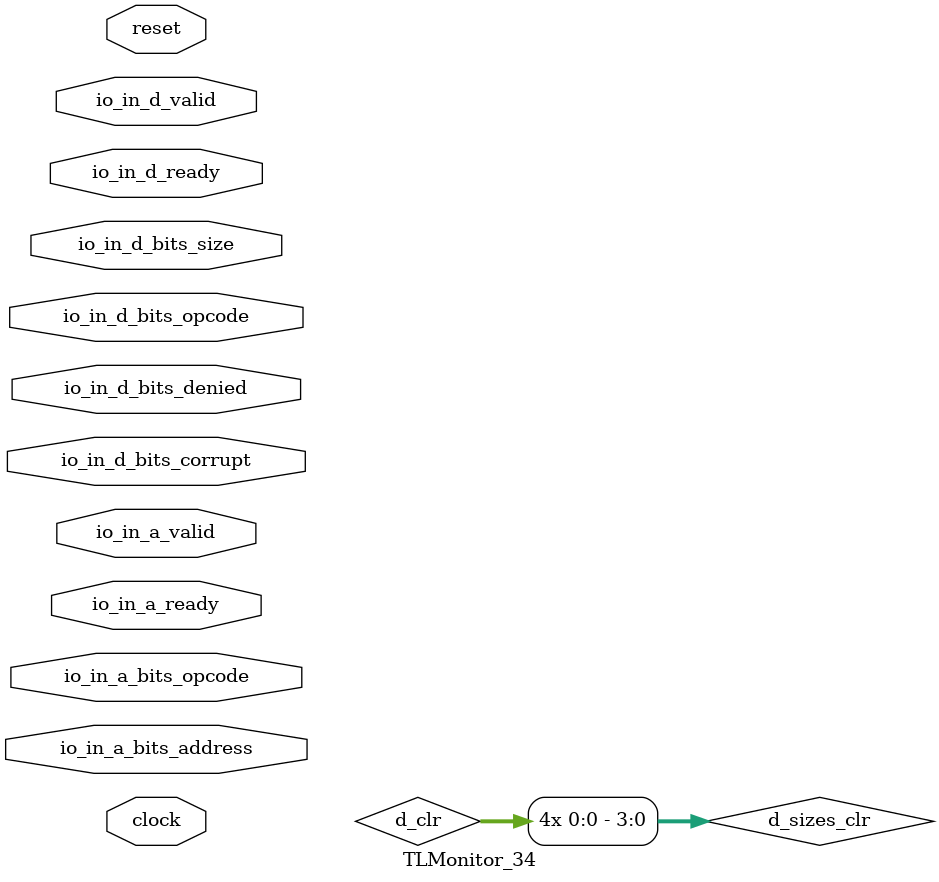
<source format=sv>

`ifndef STOP_COND_
  `ifdef STOP_COND
    `define STOP_COND_ (`STOP_COND)
  `else  // STOP_COND
    `define STOP_COND_ 1
  `endif // STOP_COND
`endif // not def STOP_COND_

// Users can define 'ASSERT_VERBOSE_COND' to add an extra gate to assert error printing.
`ifndef ASSERT_VERBOSE_COND_
  `ifdef ASSERT_VERBOSE_COND
    `define ASSERT_VERBOSE_COND_ (`ASSERT_VERBOSE_COND)
  `else  // ASSERT_VERBOSE_COND
    `define ASSERT_VERBOSE_COND_ 1
  `endif // ASSERT_VERBOSE_COND
`endif // not def ASSERT_VERBOSE_COND_

// Include register initializers in init blocks unless synthesis is set
`ifndef RANDOMIZE
  `ifdef RANDOMIZE_REG_INIT
    `define RANDOMIZE
  `endif // RANDOMIZE_REG_INIT
`endif // not def RANDOMIZE
`ifndef SYNTHESIS
  `ifndef ENABLE_INITIAL_REG_
    `define ENABLE_INITIAL_REG_
  `endif // not def ENABLE_INITIAL_REG_
`endif // not def SYNTHESIS

// Standard header to adapt well known macros for register randomization.

// RANDOM may be set to an expression that produces a 32-bit random unsigned value.
`ifndef RANDOM
  `define RANDOM $random
`endif // not def RANDOM

// Users can define INIT_RANDOM as general code that gets injected into the
// initializer block for modules with registers.
`ifndef INIT_RANDOM
  `define INIT_RANDOM
`endif // not def INIT_RANDOM

// If using random initialization, you can also define RANDOMIZE_DELAY to
// customize the delay used, otherwise 0.002 is used.
`ifndef RANDOMIZE_DELAY
  `define RANDOMIZE_DELAY 0.002
`endif // not def RANDOMIZE_DELAY

// Define INIT_RANDOM_PROLOG_ for use in our modules below.
`ifndef INIT_RANDOM_PROLOG_
  `ifdef RANDOMIZE
    `ifdef VERILATOR
      `define INIT_RANDOM_PROLOG_ `INIT_RANDOM
    `else  // VERILATOR
      `define INIT_RANDOM_PROLOG_ `INIT_RANDOM #`RANDOMIZE_DELAY begin end
    `endif // VERILATOR
  `else  // RANDOMIZE
    `define INIT_RANDOM_PROLOG_
  `endif // RANDOMIZE
`endif // not def INIT_RANDOM_PROLOG_
module TLMonitor_34(	// @[generators/rocket-chip/src/main/scala/tilelink/Monitor.scala:36:7]
  input         clock,	// @[generators/rocket-chip/src/main/scala/tilelink/Monitor.scala:36:7]
  input         reset,	// @[generators/rocket-chip/src/main/scala/tilelink/Monitor.scala:36:7]
  input         io_in_a_ready,	// @[generators/rocket-chip/src/main/scala/tilelink/Monitor.scala:20:14]
  input         io_in_a_valid,	// @[generators/rocket-chip/src/main/scala/tilelink/Monitor.scala:20:14]
  input [2:0]   io_in_a_bits_opcode,	// @[generators/rocket-chip/src/main/scala/tilelink/Monitor.scala:20:14]
  input [127:0] io_in_a_bits_address,	// @[generators/rocket-chip/src/main/scala/tilelink/Monitor.scala:20:14]
  input         io_in_d_ready,	// @[generators/rocket-chip/src/main/scala/tilelink/Monitor.scala:20:14]
  input         io_in_d_valid,	// @[generators/rocket-chip/src/main/scala/tilelink/Monitor.scala:20:14]
  input [2:0]   io_in_d_bits_opcode,	// @[generators/rocket-chip/src/main/scala/tilelink/Monitor.scala:20:14]
  input [1:0]   io_in_d_bits_size,	// @[generators/rocket-chip/src/main/scala/tilelink/Monitor.scala:20:14]
  input         io_in_d_bits_denied,	// @[generators/rocket-chip/src/main/scala/tilelink/Monitor.scala:20:14]
  input         io_in_d_bits_corrupt	// @[generators/rocket-chip/src/main/scala/tilelink/Monitor.scala:20:14]
);

  wire [31:0]  _plusarg_reader_1_out;	// @[generators/rocket-chip/src/main/scala/util/PlusArg.scala:80:11]
  wire [31:0]  _plusarg_reader_out;	// @[generators/rocket-chip/src/main/scala/util/PlusArg.scala:80:11]
  wire         a_first_done = io_in_a_ready & io_in_a_valid;	// @[src/main/scala/chisel3/util/Decoupled.scala:51:35]
  reg          a_first_counter;	// @[generators/rocket-chip/src/main/scala/tilelink/Edges.scala:229:27]
  reg  [2:0]   opcode;	// @[generators/rocket-chip/src/main/scala/tilelink/Monitor.scala:387:22]
  reg  [127:0] address;	// @[generators/rocket-chip/src/main/scala/tilelink/Monitor.scala:391:22]
  reg          d_first_counter;	// @[generators/rocket-chip/src/main/scala/tilelink/Edges.scala:229:27]
  reg  [2:0]   opcode_1;	// @[generators/rocket-chip/src/main/scala/tilelink/Monitor.scala:538:22]
  reg  [1:0]   size_1;	// @[generators/rocket-chip/src/main/scala/tilelink/Monitor.scala:540:22]
  reg          denied;	// @[generators/rocket-chip/src/main/scala/tilelink/Monitor.scala:543:22]
  reg  [1:0]   inflight;	// @[generators/rocket-chip/src/main/scala/tilelink/Monitor.scala:614:27]
  reg  [3:0]   inflight_opcodes;	// @[generators/rocket-chip/src/main/scala/tilelink/Monitor.scala:616:35]
  reg  [3:0]   inflight_sizes;	// @[generators/rocket-chip/src/main/scala/tilelink/Monitor.scala:618:33]
  reg          a_first_counter_1;	// @[generators/rocket-chip/src/main/scala/tilelink/Edges.scala:229:27]
  reg          d_first_counter_1;	// @[generators/rocket-chip/src/main/scala/tilelink/Edges.scala:229:27]
  wire         a_set = a_first_done & ~a_first_counter_1;	// @[generators/rocket-chip/src/main/scala/tilelink/Edges.scala:229:27, :231:25, generators/rocket-chip/src/main/scala/tilelink/Monitor.scala:655:25, src/main/scala/chisel3/util/Decoupled.scala:51:35]
  wire         d_release_ack = io_in_d_bits_opcode == 3'h6;	// @[generators/rocket-chip/src/main/scala/tilelink/Monitor.scala:36:7, :673:46]
  wire         _GEN = io_in_d_bits_opcode != 3'h6;	// @[generators/rocket-chip/src/main/scala/tilelink/Monitor.scala:36:7, :673:46, :674:74]
  reg  [31:0]  watchdog;	// @[generators/rocket-chip/src/main/scala/tilelink/Monitor.scala:709:27]
  reg  [1:0]   inflight_1;	// @[generators/rocket-chip/src/main/scala/tilelink/Monitor.scala:726:35]
  reg  [3:0]   inflight_sizes_1;	// @[generators/rocket-chip/src/main/scala/tilelink/Monitor.scala:728:35]
  reg          d_first_counter_2;	// @[generators/rocket-chip/src/main/scala/tilelink/Edges.scala:229:27]
  reg  [31:0]  watchdog_1;	// @[generators/rocket-chip/src/main/scala/tilelink/Monitor.scala:818:27]
  `ifndef SYNTHESIS	// @[generators/rocket-chip/src/main/scala/tilelink/Monitor.scala:45:11]
    wire [7:0][2:0] _GEN_0 = '{3'h4, 3'h5, 3'h2, 3'h1, 3'h1, 3'h1, 3'h0, 3'h0};
    wire [7:0][2:0] _GEN_1 = '{3'h4, 3'h4, 3'h2, 3'h1, 3'h1, 3'h1, 3'h0, 3'h0};
    wire            _GEN_2 = io_in_a_valid & io_in_a_bits_opcode == 3'h6 & ~reset;	// @[generators/rocket-chip/src/main/scala/tilelink/Monitor.scala:36:7, :45:11, :84:{25,54}]
    wire            _GEN_3 = io_in_a_valid & (&io_in_a_bits_opcode) & ~reset;	// @[generators/rocket-chip/src/main/scala/tilelink/Monitor.scala:45:11, :95:{25,53}]
    wire            _GEN_4 = io_in_a_valid & io_in_a_bits_opcode == 3'h1 & ~reset;	// @[generators/rocket-chip/src/main/scala/tilelink/Monitor.scala:36:7, :45:11, :125:{25,56}]
    wire            _GEN_5 = io_in_a_valid & io_in_a_bits_opcode == 3'h2 & ~reset;	// @[generators/rocket-chip/src/main/scala/tilelink/Monitor.scala:36:7, :45:11, :133:{25,56}]
    wire            _GEN_6 = io_in_a_valid & io_in_a_bits_opcode == 3'h3 & ~reset;	// @[generators/rocket-chip/src/main/scala/tilelink/Monitor.scala:36:7, :45:11, :141:{25,53}]
    wire            _GEN_7 = io_in_a_valid & io_in_a_bits_opcode == 3'h5 & ~reset;	// @[generators/rocket-chip/src/main/scala/tilelink/Monitor.scala:36:7, :45:11, :149:{25,46}]
    wire            _GEN_8 = io_in_d_valid & io_in_d_bits_opcode == 3'h6 & ~reset;	// @[generators/rocket-chip/src/main/scala/tilelink/Monitor.scala:36:7, :45:11, :52:11, :313:{25,52}]
    wire            _GEN_9 = io_in_d_valid & io_in_d_bits_opcode == 3'h4 & ~reset;	// @[generators/rocket-chip/src/main/scala/tilelink/Monitor.scala:36:7, :45:11, :52:11, :321:{25,47}]
    wire            _GEN_10 = io_in_d_valid & io_in_d_bits_opcode == 3'h5 & ~reset;	// @[generators/rocket-chip/src/main/scala/tilelink/Monitor.scala:36:7, :45:11, :52:11, :331:{25,51}]
    wire            _GEN_11 = ~io_in_d_bits_denied | io_in_d_bits_corrupt;	// @[generators/rocket-chip/src/main/scala/tilelink/Monitor.scala:337:{15,30}]
    wire            _GEN_12 = io_in_a_valid & a_first_counter & ~reset;	// @[generators/rocket-chip/src/main/scala/tilelink/Edges.scala:229:27, generators/rocket-chip/src/main/scala/tilelink/Monitor.scala:45:11, :392:19]
    wire            _GEN_13 = io_in_d_valid & d_first_counter & ~reset;	// @[generators/rocket-chip/src/main/scala/tilelink/Edges.scala:229:27, generators/rocket-chip/src/main/scala/tilelink/Monitor.scala:45:11, :52:11, :544:19]
    wire            _same_cycle_resp_T_1 = io_in_a_valid & ~a_first_counter_1;	// @[generators/rocket-chip/src/main/scala/tilelink/Edges.scala:229:27, :231:25, generators/rocket-chip/src/main/scala/tilelink/Monitor.scala:651:26]
    wire            _GEN_14 = io_in_d_valid & ~d_first_counter_1;	// @[generators/rocket-chip/src/main/scala/tilelink/Edges.scala:229:27, :231:25, generators/rocket-chip/src/main/scala/tilelink/Monitor.scala:674:26]
    wire            _GEN_15 = _GEN_14 & _GEN;	// @[generators/rocket-chip/src/main/scala/tilelink/Monitor.scala:673:46, :674:{26,74}, :683:71]
    wire            _GEN_16 = _GEN_15 & _same_cycle_resp_T_1 & ~reset;	// @[generators/rocket-chip/src/main/scala/tilelink/Monitor.scala:45:11, :52:11, :651:26, :683:71, :687:30]
    wire            _GEN_17 = _GEN_15 & ~_same_cycle_resp_T_1 & ~reset;	// @[generators/rocket-chip/src/main/scala/tilelink/Monitor.scala:45:11, :52:11, :651:26, :683:71, :687:30]
    wire [3:0]      _GEN_18 = {2'h0, io_in_d_bits_size};	// @[generators/rocket-chip/src/main/scala/tilelink/Monitor.scala:52:11, :694:36]
    wire            _GEN_19 = io_in_d_valid & ~d_first_counter_2 & d_release_ack & ~reset;	// @[generators/rocket-chip/src/main/scala/tilelink/Edges.scala:229:27, :231:25, generators/rocket-chip/src/main/scala/tilelink/Monitor.scala:45:11, :52:11, :673:46, :784:26, :794:71]
    always @(posedge clock) begin	// @[generators/rocket-chip/src/main/scala/tilelink/Monitor.scala:45:11]
      if (_GEN_2) begin	// @[generators/rocket-chip/src/main/scala/tilelink/Monitor.scala:45:11, :84:54]
        if (`ASSERT_VERBOSE_COND_)	// @[generators/rocket-chip/src/main/scala/tilelink/Monitor.scala:45:11]
          $error("Assertion failed: 'A' channel carries AcquireBlock type which is unexpected using diplomatic parameters (connected at generators/rocket-chip/src/main/scala/devices/tilelink/BusBypass.scala:33:14)\n    at Monitor.scala:45 assert(cond, message)\n");	// @[generators/rocket-chip/src/main/scala/tilelink/Monitor.scala:45:11]
        if (`STOP_COND_)	// @[generators/rocket-chip/src/main/scala/tilelink/Monitor.scala:45:11]
          $fatal;	// @[generators/rocket-chip/src/main/scala/tilelink/Monitor.scala:45:11]
        if (`ASSERT_VERBOSE_COND_)	// @[generators/rocket-chip/src/main/scala/tilelink/Monitor.scala:45:11]
          $error("Assertion failed: 'A' channel carries AcquireBlock from a client which does not support Probe (connected at generators/rocket-chip/src/main/scala/devices/tilelink/BusBypass.scala:33:14)\n    at Monitor.scala:45 assert(cond, message)\n");	// @[generators/rocket-chip/src/main/scala/tilelink/Monitor.scala:45:11]
        if (`STOP_COND_)	// @[generators/rocket-chip/src/main/scala/tilelink/Monitor.scala:45:11]
          $fatal;	// @[generators/rocket-chip/src/main/scala/tilelink/Monitor.scala:45:11]
      end
      if (_GEN_2 & (|(io_in_a_bits_address[1:0]))) begin	// @[generators/rocket-chip/src/main/scala/tilelink/Edges.scala:21:{16,24}, generators/rocket-chip/src/main/scala/tilelink/Monitor.scala:45:11, :84:54]
        if (`ASSERT_VERBOSE_COND_)	// @[generators/rocket-chip/src/main/scala/tilelink/Monitor.scala:45:11]
          $error("Assertion failed: 'A' channel AcquireBlock address not aligned to size (connected at generators/rocket-chip/src/main/scala/devices/tilelink/BusBypass.scala:33:14)\n    at Monitor.scala:45 assert(cond, message)\n");	// @[generators/rocket-chip/src/main/scala/tilelink/Monitor.scala:45:11]
        if (`STOP_COND_)	// @[generators/rocket-chip/src/main/scala/tilelink/Monitor.scala:45:11]
          $fatal;	// @[generators/rocket-chip/src/main/scala/tilelink/Monitor.scala:45:11]
      end
      if (_GEN_3) begin	// @[generators/rocket-chip/src/main/scala/tilelink/Monitor.scala:45:11, :95:53]
        if (`ASSERT_VERBOSE_COND_)	// @[generators/rocket-chip/src/main/scala/tilelink/Monitor.scala:45:11]
          $error("Assertion failed: 'A' channel carries AcquirePerm type which is unexpected using diplomatic parameters (connected at generators/rocket-chip/src/main/scala/devices/tilelink/BusBypass.scala:33:14)\n    at Monitor.scala:45 assert(cond, message)\n");	// @[generators/rocket-chip/src/main/scala/tilelink/Monitor.scala:45:11]
        if (`STOP_COND_)	// @[generators/rocket-chip/src/main/scala/tilelink/Monitor.scala:45:11]
          $fatal;	// @[generators/rocket-chip/src/main/scala/tilelink/Monitor.scala:45:11]
        if (`ASSERT_VERBOSE_COND_)	// @[generators/rocket-chip/src/main/scala/tilelink/Monitor.scala:45:11]
          $error("Assertion failed: 'A' channel carries AcquirePerm from a client which does not support Probe (connected at generators/rocket-chip/src/main/scala/devices/tilelink/BusBypass.scala:33:14)\n    at Monitor.scala:45 assert(cond, message)\n");	// @[generators/rocket-chip/src/main/scala/tilelink/Monitor.scala:45:11]
        if (`STOP_COND_)	// @[generators/rocket-chip/src/main/scala/tilelink/Monitor.scala:45:11]
          $fatal;	// @[generators/rocket-chip/src/main/scala/tilelink/Monitor.scala:45:11]
      end
      if (_GEN_3 & (|(io_in_a_bits_address[1:0]))) begin	// @[generators/rocket-chip/src/main/scala/tilelink/Edges.scala:21:{16,24}, generators/rocket-chip/src/main/scala/tilelink/Monitor.scala:45:11, :95:53]
        if (`ASSERT_VERBOSE_COND_)	// @[generators/rocket-chip/src/main/scala/tilelink/Monitor.scala:45:11]
          $error("Assertion failed: 'A' channel AcquirePerm address not aligned to size (connected at generators/rocket-chip/src/main/scala/devices/tilelink/BusBypass.scala:33:14)\n    at Monitor.scala:45 assert(cond, message)\n");	// @[generators/rocket-chip/src/main/scala/tilelink/Monitor.scala:45:11]
        if (`STOP_COND_)	// @[generators/rocket-chip/src/main/scala/tilelink/Monitor.scala:45:11]
          $fatal;	// @[generators/rocket-chip/src/main/scala/tilelink/Monitor.scala:45:11]
      end
      if (_GEN_3) begin	// @[generators/rocket-chip/src/main/scala/tilelink/Monitor.scala:45:11, :95:53]
        if (`ASSERT_VERBOSE_COND_)	// @[generators/rocket-chip/src/main/scala/tilelink/Monitor.scala:45:11]
          $error("Assertion failed: 'A' channel AcquirePerm requests NtoB (connected at generators/rocket-chip/src/main/scala/devices/tilelink/BusBypass.scala:33:14)\n    at Monitor.scala:45 assert(cond, message)\n");	// @[generators/rocket-chip/src/main/scala/tilelink/Monitor.scala:45:11]
        if (`STOP_COND_)	// @[generators/rocket-chip/src/main/scala/tilelink/Monitor.scala:45:11]
          $fatal;	// @[generators/rocket-chip/src/main/scala/tilelink/Monitor.scala:45:11]
      end
      if (io_in_a_valid & io_in_a_bits_opcode == 3'h4 & ~reset & (|(io_in_a_bits_address[1:0]))) begin	// @[generators/rocket-chip/src/main/scala/tilelink/Edges.scala:21:{16,24}, generators/rocket-chip/src/main/scala/tilelink/Monitor.scala:36:7, :45:11, :107:{25,45}]
        if (`ASSERT_VERBOSE_COND_)	// @[generators/rocket-chip/src/main/scala/tilelink/Monitor.scala:45:11]
          $error("Assertion failed: 'A' channel Get address not aligned to size (connected at generators/rocket-chip/src/main/scala/devices/tilelink/BusBypass.scala:33:14)\n    at Monitor.scala:45 assert(cond, message)\n");	// @[generators/rocket-chip/src/main/scala/tilelink/Monitor.scala:45:11]
        if (`STOP_COND_)	// @[generators/rocket-chip/src/main/scala/tilelink/Monitor.scala:45:11]
          $fatal;	// @[generators/rocket-chip/src/main/scala/tilelink/Monitor.scala:45:11]
      end
      if (io_in_a_valid & io_in_a_bits_opcode == 3'h0 & ~reset & (|(io_in_a_bits_address[1:0]))) begin	// @[generators/rocket-chip/src/main/scala/tilelink/Edges.scala:21:{16,24}, generators/rocket-chip/src/main/scala/tilelink/Monitor.scala:36:7, :45:11, :117:{25,53}]
        if (`ASSERT_VERBOSE_COND_)	// @[generators/rocket-chip/src/main/scala/tilelink/Monitor.scala:45:11]
          $error("Assertion failed: 'A' channel PutFull address not aligned to size (connected at generators/rocket-chip/src/main/scala/devices/tilelink/BusBypass.scala:33:14)\n    at Monitor.scala:45 assert(cond, message)\n");	// @[generators/rocket-chip/src/main/scala/tilelink/Monitor.scala:45:11]
        if (`STOP_COND_)	// @[generators/rocket-chip/src/main/scala/tilelink/Monitor.scala:45:11]
          $fatal;	// @[generators/rocket-chip/src/main/scala/tilelink/Monitor.scala:45:11]
      end
      if (_GEN_4) begin	// @[generators/rocket-chip/src/main/scala/tilelink/Monitor.scala:45:11, :125:56]
        if (`ASSERT_VERBOSE_COND_)	// @[generators/rocket-chip/src/main/scala/tilelink/Monitor.scala:45:11]
          $error("Assertion failed: 'A' channel carries PutPartial type which is unexpected using diplomatic parameters (connected at generators/rocket-chip/src/main/scala/devices/tilelink/BusBypass.scala:33:14)\n    at Monitor.scala:45 assert(cond, message)\n");	// @[generators/rocket-chip/src/main/scala/tilelink/Monitor.scala:45:11]
        if (`STOP_COND_)	// @[generators/rocket-chip/src/main/scala/tilelink/Monitor.scala:45:11]
          $fatal;	// @[generators/rocket-chip/src/main/scala/tilelink/Monitor.scala:45:11]
      end
      if (_GEN_4 & (|(io_in_a_bits_address[1:0]))) begin	// @[generators/rocket-chip/src/main/scala/tilelink/Edges.scala:21:{16,24}, generators/rocket-chip/src/main/scala/tilelink/Monitor.scala:45:11, :125:56]
        if (`ASSERT_VERBOSE_COND_)	// @[generators/rocket-chip/src/main/scala/tilelink/Monitor.scala:45:11]
          $error("Assertion failed: 'A' channel PutPartial address not aligned to size (connected at generators/rocket-chip/src/main/scala/devices/tilelink/BusBypass.scala:33:14)\n    at Monitor.scala:45 assert(cond, message)\n");	// @[generators/rocket-chip/src/main/scala/tilelink/Monitor.scala:45:11]
        if (`STOP_COND_)	// @[generators/rocket-chip/src/main/scala/tilelink/Monitor.scala:45:11]
          $fatal;	// @[generators/rocket-chip/src/main/scala/tilelink/Monitor.scala:45:11]
      end
      if (_GEN_5) begin	// @[generators/rocket-chip/src/main/scala/tilelink/Monitor.scala:45:11, :133:56]
        if (`ASSERT_VERBOSE_COND_)	// @[generators/rocket-chip/src/main/scala/tilelink/Monitor.scala:45:11]
          $error("Assertion failed: 'A' channel carries Arithmetic type which is unexpected using diplomatic parameters (connected at generators/rocket-chip/src/main/scala/devices/tilelink/BusBypass.scala:33:14)\n    at Monitor.scala:45 assert(cond, message)\n");	// @[generators/rocket-chip/src/main/scala/tilelink/Monitor.scala:45:11]
        if (`STOP_COND_)	// @[generators/rocket-chip/src/main/scala/tilelink/Monitor.scala:45:11]
          $fatal;	// @[generators/rocket-chip/src/main/scala/tilelink/Monitor.scala:45:11]
      end
      if (_GEN_5 & (|(io_in_a_bits_address[1:0]))) begin	// @[generators/rocket-chip/src/main/scala/tilelink/Edges.scala:21:{16,24}, generators/rocket-chip/src/main/scala/tilelink/Monitor.scala:45:11, :133:56]
        if (`ASSERT_VERBOSE_COND_)	// @[generators/rocket-chip/src/main/scala/tilelink/Monitor.scala:45:11]
          $error("Assertion failed: 'A' channel Arithmetic address not aligned to size (connected at generators/rocket-chip/src/main/scala/devices/tilelink/BusBypass.scala:33:14)\n    at Monitor.scala:45 assert(cond, message)\n");	// @[generators/rocket-chip/src/main/scala/tilelink/Monitor.scala:45:11]
        if (`STOP_COND_)	// @[generators/rocket-chip/src/main/scala/tilelink/Monitor.scala:45:11]
          $fatal;	// @[generators/rocket-chip/src/main/scala/tilelink/Monitor.scala:45:11]
      end
      if (_GEN_6) begin	// @[generators/rocket-chip/src/main/scala/tilelink/Monitor.scala:45:11, :141:53]
        if (`ASSERT_VERBOSE_COND_)	// @[generators/rocket-chip/src/main/scala/tilelink/Monitor.scala:45:11]
          $error("Assertion failed: 'A' channel carries Logical type which is unexpected using diplomatic parameters (connected at generators/rocket-chip/src/main/scala/devices/tilelink/BusBypass.scala:33:14)\n    at Monitor.scala:45 assert(cond, message)\n");	// @[generators/rocket-chip/src/main/scala/tilelink/Monitor.scala:45:11]
        if (`STOP_COND_)	// @[generators/rocket-chip/src/main/scala/tilelink/Monitor.scala:45:11]
          $fatal;	// @[generators/rocket-chip/src/main/scala/tilelink/Monitor.scala:45:11]
      end
      if (_GEN_6 & (|(io_in_a_bits_address[1:0]))) begin	// @[generators/rocket-chip/src/main/scala/tilelink/Edges.scala:21:{16,24}, generators/rocket-chip/src/main/scala/tilelink/Monitor.scala:45:11, :141:53]
        if (`ASSERT_VERBOSE_COND_)	// @[generators/rocket-chip/src/main/scala/tilelink/Monitor.scala:45:11]
          $error("Assertion failed: 'A' channel Logical address not aligned to size (connected at generators/rocket-chip/src/main/scala/devices/tilelink/BusBypass.scala:33:14)\n    at Monitor.scala:45 assert(cond, message)\n");	// @[generators/rocket-chip/src/main/scala/tilelink/Monitor.scala:45:11]
        if (`STOP_COND_)	// @[generators/rocket-chip/src/main/scala/tilelink/Monitor.scala:45:11]
          $fatal;	// @[generators/rocket-chip/src/main/scala/tilelink/Monitor.scala:45:11]
      end
      if (_GEN_7) begin	// @[generators/rocket-chip/src/main/scala/tilelink/Monitor.scala:45:11, :149:46]
        if (`ASSERT_VERBOSE_COND_)	// @[generators/rocket-chip/src/main/scala/tilelink/Monitor.scala:45:11]
          $error("Assertion failed: 'A' channel carries Hint type which is unexpected using diplomatic parameters (connected at generators/rocket-chip/src/main/scala/devices/tilelink/BusBypass.scala:33:14)\n    at Monitor.scala:45 assert(cond, message)\n");	// @[generators/rocket-chip/src/main/scala/tilelink/Monitor.scala:45:11]
        if (`STOP_COND_)	// @[generators/rocket-chip/src/main/scala/tilelink/Monitor.scala:45:11]
          $fatal;	// @[generators/rocket-chip/src/main/scala/tilelink/Monitor.scala:45:11]
      end
      if (_GEN_7 & (|(io_in_a_bits_address[1:0]))) begin	// @[generators/rocket-chip/src/main/scala/tilelink/Edges.scala:21:{16,24}, generators/rocket-chip/src/main/scala/tilelink/Monitor.scala:45:11, :149:46]
        if (`ASSERT_VERBOSE_COND_)	// @[generators/rocket-chip/src/main/scala/tilelink/Monitor.scala:45:11]
          $error("Assertion failed: 'A' channel Hint address not aligned to size (connected at generators/rocket-chip/src/main/scala/devices/tilelink/BusBypass.scala:33:14)\n    at Monitor.scala:45 assert(cond, message)\n");	// @[generators/rocket-chip/src/main/scala/tilelink/Monitor.scala:45:11]
        if (`STOP_COND_)	// @[generators/rocket-chip/src/main/scala/tilelink/Monitor.scala:45:11]
          $fatal;	// @[generators/rocket-chip/src/main/scala/tilelink/Monitor.scala:45:11]
      end
      if (io_in_d_valid & ~reset & (&io_in_d_bits_opcode)) begin	// @[generators/rocket-chip/src/main/scala/tilelink/Bundles.scala:45:24, generators/rocket-chip/src/main/scala/tilelink/Monitor.scala:45:11, :52:11]
        if (`ASSERT_VERBOSE_COND_)	// @[generators/rocket-chip/src/main/scala/tilelink/Monitor.scala:52:11]
          $error("Assertion failed: 'D' channel has invalid opcode (connected at generators/rocket-chip/src/main/scala/devices/tilelink/BusBypass.scala:33:14)\n    at Monitor.scala:52 assert(cond, message)\n");	// @[generators/rocket-chip/src/main/scala/tilelink/Monitor.scala:52:11]
        if (`STOP_COND_)	// @[generators/rocket-chip/src/main/scala/tilelink/Monitor.scala:52:11]
          $fatal;	// @[generators/rocket-chip/src/main/scala/tilelink/Monitor.scala:52:11]
      end
      if (_GEN_8 & ~(io_in_d_bits_size[1])) begin	// @[generators/rocket-chip/src/main/scala/tilelink/Monitor.scala:52:11, :313:52, :315:27]
        if (`ASSERT_VERBOSE_COND_)	// @[generators/rocket-chip/src/main/scala/tilelink/Monitor.scala:52:11]
          $error("Assertion failed: 'D' channel ReleaseAck smaller than a beat (connected at generators/rocket-chip/src/main/scala/devices/tilelink/BusBypass.scala:33:14)\n    at Monitor.scala:52 assert(cond, message)\n");	// @[generators/rocket-chip/src/main/scala/tilelink/Monitor.scala:52:11]
        if (`STOP_COND_)	// @[generators/rocket-chip/src/main/scala/tilelink/Monitor.scala:52:11]
          $fatal;	// @[generators/rocket-chip/src/main/scala/tilelink/Monitor.scala:52:11]
      end
      if (_GEN_8 & io_in_d_bits_corrupt) begin	// @[generators/rocket-chip/src/main/scala/tilelink/Monitor.scala:52:11, :313:52]
        if (`ASSERT_VERBOSE_COND_)	// @[generators/rocket-chip/src/main/scala/tilelink/Monitor.scala:52:11]
          $error("Assertion failed: 'D' channel ReleaseAck is corrupt (connected at generators/rocket-chip/src/main/scala/devices/tilelink/BusBypass.scala:33:14)\n    at Monitor.scala:52 assert(cond, message)\n");	// @[generators/rocket-chip/src/main/scala/tilelink/Monitor.scala:52:11]
        if (`STOP_COND_)	// @[generators/rocket-chip/src/main/scala/tilelink/Monitor.scala:52:11]
          $fatal;	// @[generators/rocket-chip/src/main/scala/tilelink/Monitor.scala:52:11]
      end
      if (_GEN_8 & io_in_d_bits_denied) begin	// @[generators/rocket-chip/src/main/scala/tilelink/Monitor.scala:52:11, :313:52]
        if (`ASSERT_VERBOSE_COND_)	// @[generators/rocket-chip/src/main/scala/tilelink/Monitor.scala:52:11]
          $error("Assertion failed: 'D' channel ReleaseAck is denied (connected at generators/rocket-chip/src/main/scala/devices/tilelink/BusBypass.scala:33:14)\n    at Monitor.scala:52 assert(cond, message)\n");	// @[generators/rocket-chip/src/main/scala/tilelink/Monitor.scala:52:11]
        if (`STOP_COND_)	// @[generators/rocket-chip/src/main/scala/tilelink/Monitor.scala:52:11]
          $fatal;	// @[generators/rocket-chip/src/main/scala/tilelink/Monitor.scala:52:11]
      end
      if (_GEN_9 & ~(io_in_d_bits_size[1])) begin	// @[generators/rocket-chip/src/main/scala/tilelink/Monitor.scala:52:11, :315:27, :321:47]
        if (`ASSERT_VERBOSE_COND_)	// @[generators/rocket-chip/src/main/scala/tilelink/Monitor.scala:52:11]
          $error("Assertion failed: 'D' channel Grant smaller than a beat (connected at generators/rocket-chip/src/main/scala/devices/tilelink/BusBypass.scala:33:14)\n    at Monitor.scala:52 assert(cond, message)\n");	// @[generators/rocket-chip/src/main/scala/tilelink/Monitor.scala:52:11]
        if (`STOP_COND_)	// @[generators/rocket-chip/src/main/scala/tilelink/Monitor.scala:52:11]
          $fatal;	// @[generators/rocket-chip/src/main/scala/tilelink/Monitor.scala:52:11]
      end
      if (_GEN_9 & io_in_d_bits_corrupt) begin	// @[generators/rocket-chip/src/main/scala/tilelink/Monitor.scala:52:11, :321:47]
        if (`ASSERT_VERBOSE_COND_)	// @[generators/rocket-chip/src/main/scala/tilelink/Monitor.scala:52:11]
          $error("Assertion failed: 'D' channel Grant is corrupt (connected at generators/rocket-chip/src/main/scala/devices/tilelink/BusBypass.scala:33:14)\n    at Monitor.scala:52 assert(cond, message)\n");	// @[generators/rocket-chip/src/main/scala/tilelink/Monitor.scala:52:11]
        if (`STOP_COND_)	// @[generators/rocket-chip/src/main/scala/tilelink/Monitor.scala:52:11]
          $fatal;	// @[generators/rocket-chip/src/main/scala/tilelink/Monitor.scala:52:11]
      end
      if (_GEN_10 & ~(io_in_d_bits_size[1])) begin	// @[generators/rocket-chip/src/main/scala/tilelink/Monitor.scala:52:11, :315:27, :331:51]
        if (`ASSERT_VERBOSE_COND_)	// @[generators/rocket-chip/src/main/scala/tilelink/Monitor.scala:52:11]
          $error("Assertion failed: 'D' channel GrantData smaller than a beat (connected at generators/rocket-chip/src/main/scala/devices/tilelink/BusBypass.scala:33:14)\n    at Monitor.scala:52 assert(cond, message)\n");	// @[generators/rocket-chip/src/main/scala/tilelink/Monitor.scala:52:11]
        if (`STOP_COND_)	// @[generators/rocket-chip/src/main/scala/tilelink/Monitor.scala:52:11]
          $fatal;	// @[generators/rocket-chip/src/main/scala/tilelink/Monitor.scala:52:11]
      end
      if (_GEN_10 & ~_GEN_11) begin	// @[generators/rocket-chip/src/main/scala/tilelink/Monitor.scala:52:11, :331:51, :337:30]
        if (`ASSERT_VERBOSE_COND_)	// @[generators/rocket-chip/src/main/scala/tilelink/Monitor.scala:52:11]
          $error("Assertion failed: 'D' channel GrantData is denied but not corrupt (connected at generators/rocket-chip/src/main/scala/devices/tilelink/BusBypass.scala:33:14)\n    at Monitor.scala:52 assert(cond, message)\n");	// @[generators/rocket-chip/src/main/scala/tilelink/Monitor.scala:52:11]
        if (`STOP_COND_)	// @[generators/rocket-chip/src/main/scala/tilelink/Monitor.scala:52:11]
          $fatal;	// @[generators/rocket-chip/src/main/scala/tilelink/Monitor.scala:52:11]
      end
      if (io_in_d_valid & io_in_d_bits_opcode == 3'h0 & ~reset & io_in_d_bits_corrupt) begin	// @[generators/rocket-chip/src/main/scala/tilelink/Monitor.scala:36:7, :45:11, :52:11, :341:{25,51}]
        if (`ASSERT_VERBOSE_COND_)	// @[generators/rocket-chip/src/main/scala/tilelink/Monitor.scala:52:11]
          $error("Assertion failed: 'D' channel AccessAck is corrupt (connected at generators/rocket-chip/src/main/scala/devices/tilelink/BusBypass.scala:33:14)\n    at Monitor.scala:52 assert(cond, message)\n");	// @[generators/rocket-chip/src/main/scala/tilelink/Monitor.scala:52:11]
        if (`STOP_COND_)	// @[generators/rocket-chip/src/main/scala/tilelink/Monitor.scala:52:11]
          $fatal;	// @[generators/rocket-chip/src/main/scala/tilelink/Monitor.scala:52:11]
      end
      if (io_in_d_valid & io_in_d_bits_opcode == 3'h1 & ~reset & ~_GEN_11) begin	// @[generators/rocket-chip/src/main/scala/tilelink/Monitor.scala:36:7, :45:11, :52:11, :337:30, :349:{25,55}]
        if (`ASSERT_VERBOSE_COND_)	// @[generators/rocket-chip/src/main/scala/tilelink/Monitor.scala:52:11]
          $error("Assertion failed: 'D' channel AccessAckData is denied but not corrupt (connected at generators/rocket-chip/src/main/scala/devices/tilelink/BusBypass.scala:33:14)\n    at Monitor.scala:52 assert(cond, message)\n");	// @[generators/rocket-chip/src/main/scala/tilelink/Monitor.scala:52:11]
        if (`STOP_COND_)	// @[generators/rocket-chip/src/main/scala/tilelink/Monitor.scala:52:11]
          $fatal;	// @[generators/rocket-chip/src/main/scala/tilelink/Monitor.scala:52:11]
      end
      if (io_in_d_valid & io_in_d_bits_opcode == 3'h2 & ~reset & io_in_d_bits_corrupt) begin	// @[generators/rocket-chip/src/main/scala/tilelink/Monitor.scala:36:7, :45:11, :52:11, :357:{25,49}]
        if (`ASSERT_VERBOSE_COND_)	// @[generators/rocket-chip/src/main/scala/tilelink/Monitor.scala:52:11]
          $error("Assertion failed: 'D' channel HintAck is corrupt (connected at generators/rocket-chip/src/main/scala/devices/tilelink/BusBypass.scala:33:14)\n    at Monitor.scala:52 assert(cond, message)\n");	// @[generators/rocket-chip/src/main/scala/tilelink/Monitor.scala:52:11]
        if (`STOP_COND_)	// @[generators/rocket-chip/src/main/scala/tilelink/Monitor.scala:52:11]
          $fatal;	// @[generators/rocket-chip/src/main/scala/tilelink/Monitor.scala:52:11]
      end
      if (_GEN_12 & io_in_a_bits_opcode != opcode) begin	// @[generators/rocket-chip/src/main/scala/tilelink/Monitor.scala:45:11, :387:22, :392:19, :393:32]
        if (`ASSERT_VERBOSE_COND_)	// @[generators/rocket-chip/src/main/scala/tilelink/Monitor.scala:45:11]
          $error("Assertion failed: 'A' channel opcode changed within multibeat operation (connected at generators/rocket-chip/src/main/scala/devices/tilelink/BusBypass.scala:33:14)\n    at Monitor.scala:45 assert(cond, message)\n");	// @[generators/rocket-chip/src/main/scala/tilelink/Monitor.scala:45:11]
        if (`STOP_COND_)	// @[generators/rocket-chip/src/main/scala/tilelink/Monitor.scala:45:11]
          $fatal;	// @[generators/rocket-chip/src/main/scala/tilelink/Monitor.scala:45:11]
      end
      if (_GEN_12 & io_in_a_bits_address != address) begin	// @[generators/rocket-chip/src/main/scala/tilelink/Monitor.scala:45:11, :391:22, :392:19, :397:32]
        if (`ASSERT_VERBOSE_COND_)	// @[generators/rocket-chip/src/main/scala/tilelink/Monitor.scala:45:11]
          $error("Assertion failed: 'A' channel address changed with multibeat operation (connected at generators/rocket-chip/src/main/scala/devices/tilelink/BusBypass.scala:33:14)\n    at Monitor.scala:45 assert(cond, message)\n");	// @[generators/rocket-chip/src/main/scala/tilelink/Monitor.scala:45:11]
        if (`STOP_COND_)	// @[generators/rocket-chip/src/main/scala/tilelink/Monitor.scala:45:11]
          $fatal;	// @[generators/rocket-chip/src/main/scala/tilelink/Monitor.scala:45:11]
      end
      if (_GEN_13 & io_in_d_bits_opcode != opcode_1) begin	// @[generators/rocket-chip/src/main/scala/tilelink/Monitor.scala:52:11, :538:22, :544:19, :545:29]
        if (`ASSERT_VERBOSE_COND_)	// @[generators/rocket-chip/src/main/scala/tilelink/Monitor.scala:52:11]
          $error("Assertion failed: 'D' channel opcode changed within multibeat operation (connected at generators/rocket-chip/src/main/scala/devices/tilelink/BusBypass.scala:33:14)\n    at Monitor.scala:52 assert(cond, message)\n");	// @[generators/rocket-chip/src/main/scala/tilelink/Monitor.scala:52:11]
        if (`STOP_COND_)	// @[generators/rocket-chip/src/main/scala/tilelink/Monitor.scala:52:11]
          $fatal;	// @[generators/rocket-chip/src/main/scala/tilelink/Monitor.scala:52:11]
      end
      if (_GEN_13 & io_in_d_bits_size != size_1) begin	// @[generators/rocket-chip/src/main/scala/tilelink/Monitor.scala:52:11, :540:22, :544:19, :547:29]
        if (`ASSERT_VERBOSE_COND_)	// @[generators/rocket-chip/src/main/scala/tilelink/Monitor.scala:52:11]
          $error("Assertion failed: 'D' channel size changed within multibeat operation (connected at generators/rocket-chip/src/main/scala/devices/tilelink/BusBypass.scala:33:14)\n    at Monitor.scala:52 assert(cond, message)\n");	// @[generators/rocket-chip/src/main/scala/tilelink/Monitor.scala:52:11]
        if (`STOP_COND_)	// @[generators/rocket-chip/src/main/scala/tilelink/Monitor.scala:52:11]
          $fatal;	// @[generators/rocket-chip/src/main/scala/tilelink/Monitor.scala:52:11]
      end
      if (_GEN_13 & io_in_d_bits_denied != denied) begin	// @[generators/rocket-chip/src/main/scala/tilelink/Monitor.scala:52:11, :543:22, :544:19, :550:29]
        if (`ASSERT_VERBOSE_COND_)	// @[generators/rocket-chip/src/main/scala/tilelink/Monitor.scala:52:11]
          $error("Assertion failed: 'D' channel denied changed with multibeat operation (connected at generators/rocket-chip/src/main/scala/devices/tilelink/BusBypass.scala:33:14)\n    at Monitor.scala:52 assert(cond, message)\n");	// @[generators/rocket-chip/src/main/scala/tilelink/Monitor.scala:52:11]
        if (`STOP_COND_)	// @[generators/rocket-chip/src/main/scala/tilelink/Monitor.scala:52:11]
          $fatal;	// @[generators/rocket-chip/src/main/scala/tilelink/Monitor.scala:52:11]
      end
      if (a_set & ~reset & inflight[0]) begin	// @[generators/rocket-chip/src/main/scala/tilelink/Monitor.scala:45:11, :614:27, :655:25, :661:26]
        if (`ASSERT_VERBOSE_COND_)	// @[generators/rocket-chip/src/main/scala/tilelink/Monitor.scala:45:11]
          $error("Assertion failed: 'A' channel re-used a source ID (connected at generators/rocket-chip/src/main/scala/devices/tilelink/BusBypass.scala:33:14)\n    at Monitor.scala:45 assert(cond, message)\n");	// @[generators/rocket-chip/src/main/scala/tilelink/Monitor.scala:45:11]
        if (`STOP_COND_)	// @[generators/rocket-chip/src/main/scala/tilelink/Monitor.scala:45:11]
          $fatal;	// @[generators/rocket-chip/src/main/scala/tilelink/Monitor.scala:45:11]
      end
      if (_GEN_15 & ~reset & ~(inflight[0] | _same_cycle_resp_T_1)) begin	// @[generators/rocket-chip/src/main/scala/tilelink/Monitor.scala:45:11, :52:11, :614:27, :651:26, :661:26, :683:71, :685:49]
        if (`ASSERT_VERBOSE_COND_)	// @[generators/rocket-chip/src/main/scala/tilelink/Monitor.scala:52:11]
          $error("Assertion failed: 'D' channel acknowledged for nothing inflight (connected at generators/rocket-chip/src/main/scala/devices/tilelink/BusBypass.scala:33:14)\n    at Monitor.scala:52 assert(cond, message)\n");	// @[generators/rocket-chip/src/main/scala/tilelink/Monitor.scala:52:11]
        if (`STOP_COND_)	// @[generators/rocket-chip/src/main/scala/tilelink/Monitor.scala:52:11]
          $fatal;	// @[generators/rocket-chip/src/main/scala/tilelink/Monitor.scala:52:11]
      end
      if (_GEN_16 & ~(io_in_d_bits_opcode == _GEN_1[io_in_a_bits_opcode] | io_in_d_bits_opcode == _GEN_0[io_in_a_bits_opcode])) begin	// @[generators/rocket-chip/src/main/scala/tilelink/Monitor.scala:52:11, :687:30, :688:{38,77}, :689:39]
        if (`ASSERT_VERBOSE_COND_)	// @[generators/rocket-chip/src/main/scala/tilelink/Monitor.scala:52:11]
          $error("Assertion failed: 'D' channel contains improper opcode response (connected at generators/rocket-chip/src/main/scala/devices/tilelink/BusBypass.scala:33:14)\n    at Monitor.scala:52 assert(cond, message)\n");	// @[generators/rocket-chip/src/main/scala/tilelink/Monitor.scala:52:11]
        if (`STOP_COND_)	// @[generators/rocket-chip/src/main/scala/tilelink/Monitor.scala:52:11]
          $fatal;	// @[generators/rocket-chip/src/main/scala/tilelink/Monitor.scala:52:11]
      end
      if (_GEN_16 & io_in_d_bits_size != 2'h2) begin	// @[generators/rocket-chip/src/main/scala/tilelink/Monitor.scala:52:11, :687:30, :690:36]
        if (`ASSERT_VERBOSE_COND_)	// @[generators/rocket-chip/src/main/scala/tilelink/Monitor.scala:52:11]
          $error("Assertion failed: 'D' channel contains improper response size (connected at generators/rocket-chip/src/main/scala/devices/tilelink/BusBypass.scala:33:14)\n    at Monitor.scala:52 assert(cond, message)\n");	// @[generators/rocket-chip/src/main/scala/tilelink/Monitor.scala:52:11]
        if (`STOP_COND_)	// @[generators/rocket-chip/src/main/scala/tilelink/Monitor.scala:52:11]
          $fatal;	// @[generators/rocket-chip/src/main/scala/tilelink/Monitor.scala:52:11]
      end
      if (_GEN_17 & ~(io_in_d_bits_opcode == _GEN_1[inflight_opcodes[3:1]] | io_in_d_bits_opcode == _GEN_0[inflight_opcodes[3:1]])) begin	// @[generators/rocket-chip/src/main/scala/tilelink/Monitor.scala:52:11, :616:35, :637:152, :687:30, :692:{38,72}, :693:38]
        if (`ASSERT_VERBOSE_COND_)	// @[generators/rocket-chip/src/main/scala/tilelink/Monitor.scala:52:11]
          $error("Assertion failed: 'D' channel contains improper opcode response (connected at generators/rocket-chip/src/main/scala/devices/tilelink/BusBypass.scala:33:14)\n    at Monitor.scala:52 assert(cond, message)\n");	// @[generators/rocket-chip/src/main/scala/tilelink/Monitor.scala:52:11]
        if (`STOP_COND_)	// @[generators/rocket-chip/src/main/scala/tilelink/Monitor.scala:52:11]
          $fatal;	// @[generators/rocket-chip/src/main/scala/tilelink/Monitor.scala:52:11]
      end
      if (_GEN_17 & _GEN_18 != {1'h0, inflight_sizes[3:1]}) begin	// @[generators/rocket-chip/src/main/scala/tilelink/Monitor.scala:52:11, :618:33, :641:{19,144}, :687:30, :694:36]
        if (`ASSERT_VERBOSE_COND_)	// @[generators/rocket-chip/src/main/scala/tilelink/Monitor.scala:52:11]
          $error("Assertion failed: 'D' channel contains improper response size (connected at generators/rocket-chip/src/main/scala/devices/tilelink/BusBypass.scala:33:14)\n    at Monitor.scala:52 assert(cond, message)\n");	// @[generators/rocket-chip/src/main/scala/tilelink/Monitor.scala:52:11]
        if (`STOP_COND_)	// @[generators/rocket-chip/src/main/scala/tilelink/Monitor.scala:52:11]
          $fatal;	// @[generators/rocket-chip/src/main/scala/tilelink/Monitor.scala:52:11]
      end
      if (_GEN_14 & ~a_first_counter_1 & io_in_a_valid & _GEN & ~reset & ~(~io_in_d_ready | io_in_a_ready)) begin	// @[generators/rocket-chip/src/main/scala/tilelink/Edges.scala:229:27, :231:25, generators/rocket-chip/src/main/scala/tilelink/Monitor.scala:45:11, :52:11, :673:46, :674:{26,74}, :697:{36,47,116}, :698:{15,32}]
        if (`ASSERT_VERBOSE_COND_)	// @[generators/rocket-chip/src/main/scala/tilelink/Monitor.scala:52:11]
          $error("Assertion failed: ready check\n    at Monitor.scala:52 assert(cond, message)\n");	// @[generators/rocket-chip/src/main/scala/tilelink/Monitor.scala:52:11]
        if (`STOP_COND_)	// @[generators/rocket-chip/src/main/scala/tilelink/Monitor.scala:52:11]
          $fatal;	// @[generators/rocket-chip/src/main/scala/tilelink/Monitor.scala:52:11]
      end
      if (~reset & ~(inflight == 2'h0 | _plusarg_reader_out == 32'h0 | watchdog < _plusarg_reader_out)) begin	// @[generators/rocket-chip/src/main/scala/tilelink/Monitor.scala:45:11, :614:27, :709:27, :712:{26,30,39,47,59}, generators/rocket-chip/src/main/scala/util/PlusArg.scala:80:11]
        if (`ASSERT_VERBOSE_COND_)	// @[generators/rocket-chip/src/main/scala/tilelink/Monitor.scala:45:11]
          $error("Assertion failed: TileLink timeout expired (connected at generators/rocket-chip/src/main/scala/devices/tilelink/BusBypass.scala:33:14)\n    at Monitor.scala:45 assert(cond, message)\n");	// @[generators/rocket-chip/src/main/scala/tilelink/Monitor.scala:45:11]
        if (`STOP_COND_)	// @[generators/rocket-chip/src/main/scala/tilelink/Monitor.scala:45:11]
          $fatal;	// @[generators/rocket-chip/src/main/scala/tilelink/Monitor.scala:45:11]
      end
      if (_GEN_19 & ~(inflight_1[0])) begin	// @[generators/rocket-chip/src/main/scala/tilelink/Monitor.scala:52:11, :726:35, :784:26, :794:71, :796:25]
        if (`ASSERT_VERBOSE_COND_)	// @[generators/rocket-chip/src/main/scala/tilelink/Monitor.scala:52:11]
          $error("Assertion failed: 'D' channel acknowledged for nothing inflight (connected at generators/rocket-chip/src/main/scala/devices/tilelink/BusBypass.scala:33:14)\n    at Monitor.scala:52 assert(cond, message)\n");	// @[generators/rocket-chip/src/main/scala/tilelink/Monitor.scala:52:11]
        if (`STOP_COND_)	// @[generators/rocket-chip/src/main/scala/tilelink/Monitor.scala:52:11]
          $fatal;	// @[generators/rocket-chip/src/main/scala/tilelink/Monitor.scala:52:11]
      end
      if (_GEN_19 & _GEN_18 != {1'h0, inflight_sizes_1[3:1]}) begin	// @[generators/rocket-chip/src/main/scala/tilelink/Monitor.scala:52:11, :694:36, :728:35, :750:{21,146}, :784:26, :794:71, :800:36]
        if (`ASSERT_VERBOSE_COND_)	// @[generators/rocket-chip/src/main/scala/tilelink/Monitor.scala:52:11]
          $error("Assertion failed: 'D' channel contains improper response size (connected at generators/rocket-chip/src/main/scala/devices/tilelink/BusBypass.scala:33:14)\n    at Monitor.scala:52 assert(cond, message)\n");	// @[generators/rocket-chip/src/main/scala/tilelink/Monitor.scala:52:11]
        if (`STOP_COND_)	// @[generators/rocket-chip/src/main/scala/tilelink/Monitor.scala:52:11]
          $fatal;	// @[generators/rocket-chip/src/main/scala/tilelink/Monitor.scala:52:11]
      end
      if (~reset & ~(inflight_1 == 2'h0 | _plusarg_reader_1_out == 32'h0 | watchdog_1 < _plusarg_reader_1_out)) begin	// @[generators/rocket-chip/src/main/scala/tilelink/Monitor.scala:45:11, :726:35, :818:27, :821:{26,30,39,47,59}, generators/rocket-chip/src/main/scala/util/PlusArg.scala:80:11]
        if (`ASSERT_VERBOSE_COND_)	// @[generators/rocket-chip/src/main/scala/tilelink/Monitor.scala:45:11]
          $error("Assertion failed: TileLink timeout expired (connected at generators/rocket-chip/src/main/scala/devices/tilelink/BusBypass.scala:33:14)\n    at Monitor.scala:45 assert(cond, message)\n");	// @[generators/rocket-chip/src/main/scala/tilelink/Monitor.scala:45:11]
        if (`STOP_COND_)	// @[generators/rocket-chip/src/main/scala/tilelink/Monitor.scala:45:11]
          $fatal;	// @[generators/rocket-chip/src/main/scala/tilelink/Monitor.scala:45:11]
      end
    end // always @(posedge)
  `endif // not def SYNTHESIS
  wire         d_first_done = io_in_d_ready & io_in_d_valid;	// @[src/main/scala/chisel3/util/Decoupled.scala:51:35]
  wire         d_clr = d_first_done & ~d_first_counter_1 & _GEN;	// @[generators/rocket-chip/src/main/scala/tilelink/Edges.scala:229:27, :231:25, generators/rocket-chip/src/main/scala/tilelink/Monitor.scala:673:46, :674:74, :678:{25,70}, src/main/scala/chisel3/util/Decoupled.scala:51:35]
  wire [3:0]   d_sizes_clr = {4{d_clr}};	// @[generators/rocket-chip/src/main/scala/tilelink/Monitor.scala:668:33, :678:{25,70,89}, :680:21]
  wire         d_clr_1 = d_first_done & ~d_first_counter_2 & d_release_ack;	// @[generators/rocket-chip/src/main/scala/tilelink/Edges.scala:229:27, :231:25, generators/rocket-chip/src/main/scala/tilelink/Monitor.scala:673:46, :788:{25,70}, src/main/scala/chisel3/util/Decoupled.scala:51:35]
  always @(posedge clock) begin	// @[generators/rocket-chip/src/main/scala/tilelink/Monitor.scala:36:7]
    if (reset) begin	// @[generators/rocket-chip/src/main/scala/tilelink/Monitor.scala:36:7]
      a_first_counter <= 1'h0;	// @[generators/rocket-chip/src/main/scala/tilelink/Edges.scala:229:27]
      d_first_counter <= 1'h0;	// @[generators/rocket-chip/src/main/scala/tilelink/Edges.scala:229:27]
      inflight <= 2'h0;	// @[generators/rocket-chip/src/main/scala/tilelink/Monitor.scala:614:27]
      inflight_opcodes <= 4'h0;	// @[generators/rocket-chip/src/main/scala/tilelink/Monitor.scala:36:7, :616:35]
      inflight_sizes <= 4'h0;	// @[generators/rocket-chip/src/main/scala/tilelink/Monitor.scala:36:7, :618:33]
      a_first_counter_1 <= 1'h0;	// @[generators/rocket-chip/src/main/scala/tilelink/Edges.scala:229:27]
      d_first_counter_1 <= 1'h0;	// @[generators/rocket-chip/src/main/scala/tilelink/Edges.scala:229:27]
      watchdog <= 32'h0;	// @[generators/rocket-chip/src/main/scala/tilelink/Monitor.scala:709:27]
      inflight_1 <= 2'h0;	// @[generators/rocket-chip/src/main/scala/tilelink/Monitor.scala:726:35]
      inflight_sizes_1 <= 4'h0;	// @[generators/rocket-chip/src/main/scala/tilelink/Monitor.scala:36:7, :728:35]
      d_first_counter_2 <= 1'h0;	// @[generators/rocket-chip/src/main/scala/tilelink/Edges.scala:229:27]
      watchdog_1 <= 32'h0;	// @[generators/rocket-chip/src/main/scala/tilelink/Monitor.scala:818:27]
    end
    else begin	// @[generators/rocket-chip/src/main/scala/tilelink/Monitor.scala:36:7]
      a_first_counter <= (~a_first_done | a_first_counter - 1'h1) & a_first_counter;	// @[generators/rocket-chip/src/main/scala/tilelink/Edges.scala:229:27, :230:28, :235:17, :236:15, src/main/scala/chisel3/util/Decoupled.scala:51:35]
      d_first_counter <= (~d_first_done | d_first_counter - 1'h1) & d_first_counter;	// @[generators/rocket-chip/src/main/scala/tilelink/Edges.scala:229:27, :230:28, :235:17, :236:15, src/main/scala/chisel3/util/Decoupled.scala:51:35]
      inflight <= {1'h0, (inflight[0] | a_set) & ~d_clr};	// @[generators/rocket-chip/src/main/scala/tilelink/Monitor.scala:614:27, :655:25, :661:26, :678:{25,70}, :705:{27,36,38}]
      inflight_opcodes <= (inflight_opcodes | (a_set ? {io_in_a_bits_opcode, 1'h1} : 4'h0)) & ~d_sizes_clr;	// @[generators/rocket-chip/src/main/scala/tilelink/Monitor.scala:36:7, :616:35, :630:33, :655:{25,70}, :657:61, :659:28, :668:33, :678:89, :680:21, :706:{43,60,62}]
      inflight_sizes <= (inflight_sizes | (a_set ? {1'h0, a_set ? 3'h5 : 3'h0} : 4'h0)) & ~d_sizes_clr;	// @[generators/rocket-chip/src/main/scala/tilelink/Monitor.scala:36:7, :618:33, :632:31, :648:38, :655:{25,70}, :658:28, :660:28, :668:33, :678:89, :680:21, :707:{39,54,56}]
      a_first_counter_1 <= (~a_first_done | a_first_counter_1 - 1'h1) & a_first_counter_1;	// @[generators/rocket-chip/src/main/scala/tilelink/Edges.scala:229:27, :230:28, :235:17, :236:15, src/main/scala/chisel3/util/Decoupled.scala:51:35]
      d_first_counter_1 <= (~d_first_done | d_first_counter_1 - 1'h1) & d_first_counter_1;	// @[generators/rocket-chip/src/main/scala/tilelink/Edges.scala:229:27, :230:28, :235:17, :236:15, src/main/scala/chisel3/util/Decoupled.scala:51:35]
      watchdog <= a_first_done | d_first_done ? 32'h0 : watchdog + 32'h1;	// @[generators/rocket-chip/src/main/scala/tilelink/Monitor.scala:709:27, :714:{14,26}, :715:{25,43,54}, src/main/scala/chisel3/util/Decoupled.scala:51:35]
      inflight_1 <= {1'h0, inflight_1[0] & ~d_clr_1};	// @[generators/rocket-chip/src/main/scala/tilelink/Monitor.scala:726:35, :788:{25,70}, :796:25, :814:{44,46}]
      inflight_sizes_1 <= inflight_sizes_1 & ~{4{d_clr_1}};	// @[generators/rocket-chip/src/main/scala/tilelink/Monitor.scala:728:35, :777:34, :788:{25,70,88}, :791:21, :816:{56,58}]
      d_first_counter_2 <= (~d_first_done | d_first_counter_2 - 1'h1) & d_first_counter_2;	// @[generators/rocket-chip/src/main/scala/tilelink/Edges.scala:229:27, :230:28, :235:17, :236:15, src/main/scala/chisel3/util/Decoupled.scala:51:35]
      watchdog_1 <= d_first_done ? 32'h0 : watchdog_1 + 32'h1;	// @[generators/rocket-chip/src/main/scala/tilelink/Monitor.scala:818:27, :823:{14,26}, :824:{43,54}, src/main/scala/chisel3/util/Decoupled.scala:51:35]
    end
    if (a_first_done & ~a_first_counter) begin	// @[generators/rocket-chip/src/main/scala/tilelink/Edges.scala:229:27, :231:25, generators/rocket-chip/src/main/scala/tilelink/Monitor.scala:399:18, src/main/scala/chisel3/util/Decoupled.scala:51:35]
      opcode <= io_in_a_bits_opcode;	// @[generators/rocket-chip/src/main/scala/tilelink/Monitor.scala:387:22]
      address <= io_in_a_bits_address;	// @[generators/rocket-chip/src/main/scala/tilelink/Monitor.scala:391:22]
    end
    if (d_first_done & ~d_first_counter) begin	// @[generators/rocket-chip/src/main/scala/tilelink/Edges.scala:229:27, :231:25, generators/rocket-chip/src/main/scala/tilelink/Monitor.scala:552:18, src/main/scala/chisel3/util/Decoupled.scala:51:35]
      opcode_1 <= io_in_d_bits_opcode;	// @[generators/rocket-chip/src/main/scala/tilelink/Monitor.scala:538:22]
      size_1 <= io_in_d_bits_size;	// @[generators/rocket-chip/src/main/scala/tilelink/Monitor.scala:540:22]
      denied <= io_in_d_bits_denied;	// @[generators/rocket-chip/src/main/scala/tilelink/Monitor.scala:543:22]
    end
  end // always @(posedge)
  `ifdef ENABLE_INITIAL_REG_	// @[generators/rocket-chip/src/main/scala/tilelink/Monitor.scala:36:7]
    `ifdef FIRRTL_BEFORE_INITIAL	// @[generators/rocket-chip/src/main/scala/tilelink/Monitor.scala:36:7]
      `FIRRTL_BEFORE_INITIAL	// @[generators/rocket-chip/src/main/scala/tilelink/Monitor.scala:36:7]
    `endif // FIRRTL_BEFORE_INITIAL
    logic [31:0] _RANDOM[0:7];	// @[generators/rocket-chip/src/main/scala/tilelink/Monitor.scala:36:7]
    initial begin	// @[generators/rocket-chip/src/main/scala/tilelink/Monitor.scala:36:7]
      `ifdef INIT_RANDOM_PROLOG_	// @[generators/rocket-chip/src/main/scala/tilelink/Monitor.scala:36:7]
        `INIT_RANDOM_PROLOG_	// @[generators/rocket-chip/src/main/scala/tilelink/Monitor.scala:36:7]
      `endif // INIT_RANDOM_PROLOG_
      `ifdef RANDOMIZE_REG_INIT	// @[generators/rocket-chip/src/main/scala/tilelink/Monitor.scala:36:7]
        for (logic [3:0] i = 4'h0; i < 4'h8; i += 4'h1) begin
          _RANDOM[i[2:0]] = `RANDOM;	// @[generators/rocket-chip/src/main/scala/tilelink/Monitor.scala:36:7]
        end	// @[generators/rocket-chip/src/main/scala/tilelink/Monitor.scala:36:7]
        a_first_counter = _RANDOM[3'h0][0];	// @[generators/rocket-chip/src/main/scala/tilelink/Edges.scala:229:27, generators/rocket-chip/src/main/scala/tilelink/Monitor.scala:36:7]
        opcode = _RANDOM[3'h0][3:1];	// @[generators/rocket-chip/src/main/scala/tilelink/Edges.scala:229:27, generators/rocket-chip/src/main/scala/tilelink/Monitor.scala:36:7, :387:22]
        address = {_RANDOM[3'h0][31:10], _RANDOM[3'h1], _RANDOM[3'h2], _RANDOM[3'h3], _RANDOM[3'h4][9:0]};	// @[generators/rocket-chip/src/main/scala/tilelink/Edges.scala:229:27, generators/rocket-chip/src/main/scala/tilelink/Monitor.scala:36:7, :391:22]
        d_first_counter = _RANDOM[3'h4][10];	// @[generators/rocket-chip/src/main/scala/tilelink/Edges.scala:229:27, generators/rocket-chip/src/main/scala/tilelink/Monitor.scala:36:7, :391:22]
        opcode_1 = _RANDOM[3'h4][13:11];	// @[generators/rocket-chip/src/main/scala/tilelink/Monitor.scala:36:7, :391:22, :538:22]
        size_1 = _RANDOM[3'h4][17:16];	// @[generators/rocket-chip/src/main/scala/tilelink/Monitor.scala:36:7, :391:22, :540:22]
        denied = _RANDOM[3'h4][20];	// @[generators/rocket-chip/src/main/scala/tilelink/Monitor.scala:36:7, :391:22, :543:22]
        inflight = _RANDOM[3'h4][22:21];	// @[generators/rocket-chip/src/main/scala/tilelink/Monitor.scala:36:7, :391:22, :614:27]
        inflight_opcodes = _RANDOM[3'h4][26:23];	// @[generators/rocket-chip/src/main/scala/tilelink/Monitor.scala:36:7, :391:22, :616:35]
        inflight_sizes = _RANDOM[3'h4][30:27];	// @[generators/rocket-chip/src/main/scala/tilelink/Monitor.scala:36:7, :391:22, :618:33]
        a_first_counter_1 = _RANDOM[3'h4][31];	// @[generators/rocket-chip/src/main/scala/tilelink/Edges.scala:229:27, generators/rocket-chip/src/main/scala/tilelink/Monitor.scala:36:7, :391:22]
        d_first_counter_1 = _RANDOM[3'h5][0];	// @[generators/rocket-chip/src/main/scala/tilelink/Edges.scala:229:27, generators/rocket-chip/src/main/scala/tilelink/Monitor.scala:36:7]
        watchdog = {_RANDOM[3'h5][31:1], _RANDOM[3'h6][0]};	// @[generators/rocket-chip/src/main/scala/tilelink/Edges.scala:229:27, generators/rocket-chip/src/main/scala/tilelink/Monitor.scala:36:7, :709:27]
        inflight_1 = _RANDOM[3'h6][2:1];	// @[generators/rocket-chip/src/main/scala/tilelink/Monitor.scala:36:7, :709:27, :726:35]
        inflight_sizes_1 = _RANDOM[3'h6][10:7];	// @[generators/rocket-chip/src/main/scala/tilelink/Monitor.scala:36:7, :709:27, :728:35]
        d_first_counter_2 = _RANDOM[3'h6][12];	// @[generators/rocket-chip/src/main/scala/tilelink/Edges.scala:229:27, generators/rocket-chip/src/main/scala/tilelink/Monitor.scala:36:7, :709:27]
        watchdog_1 = {_RANDOM[3'h6][31:13], _RANDOM[3'h7][12:0]};	// @[generators/rocket-chip/src/main/scala/tilelink/Monitor.scala:36:7, :709:27, :818:27]
      `endif // RANDOMIZE_REG_INIT
    end // initial
    `ifdef FIRRTL_AFTER_INITIAL	// @[generators/rocket-chip/src/main/scala/tilelink/Monitor.scala:36:7]
      `FIRRTL_AFTER_INITIAL	// @[generators/rocket-chip/src/main/scala/tilelink/Monitor.scala:36:7]
    `endif // FIRRTL_AFTER_INITIAL
  `endif // ENABLE_INITIAL_REG_
  plusarg_reader #(
    .DEFAULT(0),
    .FORMAT("tilelink_timeout=%d"),
    .WIDTH(32)
  ) plusarg_reader (	// @[generators/rocket-chip/src/main/scala/util/PlusArg.scala:80:11]
    .out (_plusarg_reader_out)
  );	// @[generators/rocket-chip/src/main/scala/util/PlusArg.scala:80:11]
  plusarg_reader #(
    .DEFAULT(0),
    .FORMAT("tilelink_timeout=%d"),
    .WIDTH(32)
  ) plusarg_reader_1 (	// @[generators/rocket-chip/src/main/scala/util/PlusArg.scala:80:11]
    .out (_plusarg_reader_1_out)
  );	// @[generators/rocket-chip/src/main/scala/util/PlusArg.scala:80:11]
endmodule


</source>
